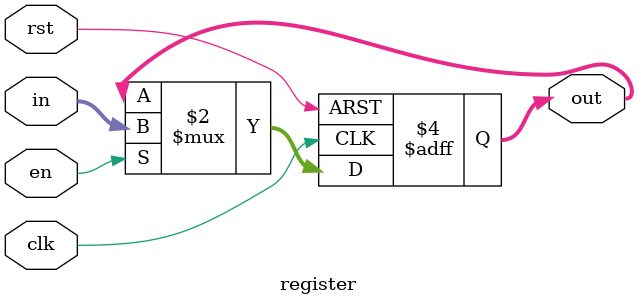
<source format=sv>
module register
#(parameter int WIDTH = 32)
(
    input logic clk, 
    input logic rst, 
    input logic en, 
    input logic[WIDTH-1:0] in, 
    output logic[WIDTH-1:0] out
);
    // use always_ff block for sequential statements
    always_ff @(posedge clk or posedge rst) begin 
        if(rst) out <= '0; // 0s sized to the LHS container 
        else if(en) out <= in; 
    end 

endmodule // async rst register
</source>
